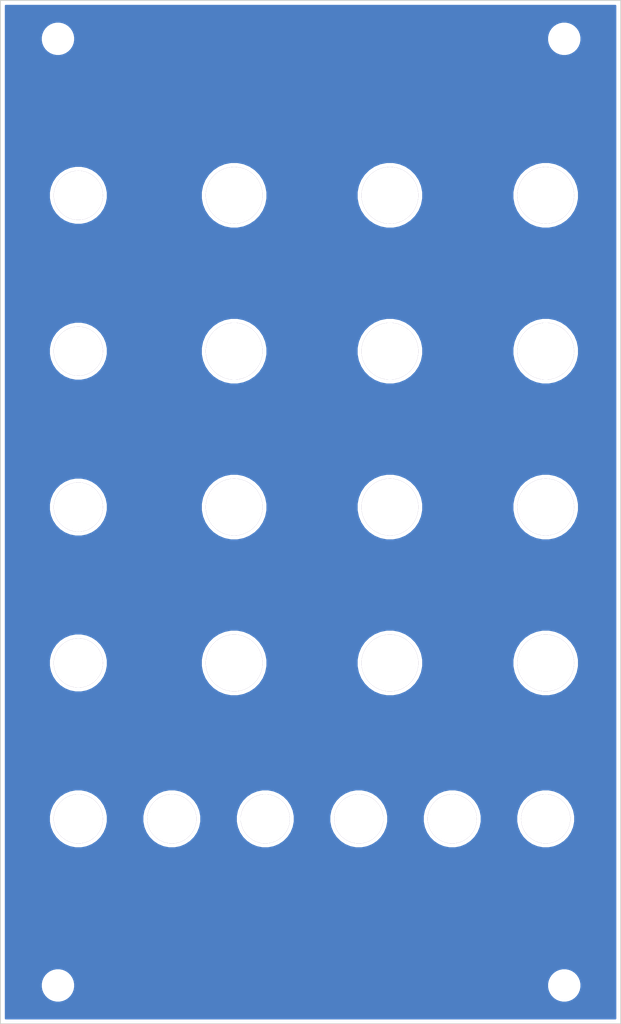
<source format=kicad_pcb>
(kicad_pcb (version 20171130) (host pcbnew 5.1.10)

  (general
    (thickness 1.6)
    (drawings 19)
    (tracks 0)
    (zones 0)
    (modules 26)
    (nets 1)
  )

  (page A4)
  (title_block
    (title resonanz)
    (date 2020-06-10)
    (rev 01)
    (comment 1 "panel PCB")
    (comment 2 "tripple resonant band pass filter")
    (comment 4 "License CC BY 4.0 - Attribution 4.0 International")
  )

  (layers
    (0 F.Cu signal)
    (31 B.Cu signal)
    (32 B.Adhes user)
    (33 F.Adhes user)
    (34 B.Paste user)
    (35 F.Paste user)
    (36 B.SilkS user)
    (37 F.SilkS user)
    (38 B.Mask user)
    (39 F.Mask user)
    (40 Dwgs.User user)
    (41 Cmts.User user)
    (42 Eco1.User user)
    (43 Eco2.User user)
    (44 Edge.Cuts user)
    (45 Margin user)
    (46 B.CrtYd user)
    (47 F.CrtYd user)
    (48 B.Fab user)
    (49 F.Fab user)
  )

  (setup
    (last_trace_width 0.25)
    (trace_clearance 0.2)
    (zone_clearance 0.508)
    (zone_45_only no)
    (trace_min 0.2)
    (via_size 0.8)
    (via_drill 0.4)
    (via_min_size 0.4)
    (via_min_drill 0.3)
    (uvia_size 0.3)
    (uvia_drill 0.1)
    (uvias_allowed no)
    (uvia_min_size 0.2)
    (uvia_min_drill 0.1)
    (edge_width 0.05)
    (segment_width 0.2)
    (pcb_text_width 0.3)
    (pcb_text_size 1.5 1.5)
    (mod_edge_width 0.12)
    (mod_text_size 1 1)
    (mod_text_width 0.15)
    (pad_size 6.4 6.4)
    (pad_drill 6.4)
    (pad_to_mask_clearance 0.051)
    (solder_mask_min_width 0.25)
    (aux_axis_origin 0 0)
    (visible_elements FFFFFF7F)
    (pcbplotparams
      (layerselection 0x010fc_ffffffff)
      (usegerberextensions false)
      (usegerberattributes false)
      (usegerberadvancedattributes false)
      (creategerberjobfile false)
      (excludeedgelayer false)
      (linewidth 0.150000)
      (plotframeref false)
      (viasonmask false)
      (mode 1)
      (useauxorigin false)
      (hpglpennumber 1)
      (hpglpenspeed 20)
      (hpglpendiameter 15.000000)
      (psnegative false)
      (psa4output false)
      (plotreference true)
      (plotvalue true)
      (plotinvisibletext false)
      (padsonsilk false)
      (subtractmaskfromsilk false)
      (outputformat 1)
      (mirror false)
      (drillshape 0)
      (scaleselection 1)
      (outputdirectory "./gerbers"))
  )

  (net 0 "")

  (net_class Default "This is the default net class."
    (clearance 0.2)
    (trace_width 0.25)
    (via_dia 0.8)
    (via_drill 0.4)
    (uvia_dia 0.3)
    (uvia_drill 0.1)
  )

  (module elektrophon:panel_potentiometer (layer F.Cu) (tedit 60A0E3DF) (tstamp 5EE61ADF)
    (at 96.52 111.76)
    (descr "Mounting Hole 8.4mm, no annular, M8")
    (tags "mounting hole 8.4mm no annular m8")
    (path /5EE61D0A)
    (attr virtual)
    (fp_text reference H26 (at 0 -9.4) (layer F.SilkS) hide
      (effects (font (size 1 1) (thickness 0.15)))
    )
    (fp_text value VOL_4 (at 0 9.144) (layer F.Mask) hide
      (effects (font (size 2 1.4) (thickness 0.25)))
    )
    (fp_text user %R (at 0.3 0) (layer F.Fab) hide
      (effects (font (size 1 1) (thickness 0.15)))
    )
    (fp_circle (center 0 0) (end 6.6 0) (layer F.CrtYd) (width 0.05))
    (fp_circle (center 0 0) (end 6.35 0) (layer Cmts.User) (width 0.15))
    (pad "" thru_hole circle (at 0 0) (size 7.4 7.4) (drill 7.4) (layers *.Cu *.Mask))
    (model ${KIPRJMOD}/../../../lib/kicad/models/ALPHA-RD901F-40.step
      (offset (xyz 0 0.5 -12))
      (scale (xyz 1 1 1))
      (rotate (xyz 0 0 0))
    )
  )

  (module elektrophon:panel_jack (layer F.Cu) (tedit 60A0E3B3) (tstamp 5EE61AD7)
    (at 84.328 132.08)
    (descr "Mounting Hole 8.4mm, no annular, M8")
    (tags "mounting hole 8.4mm no annular m8")
    (path /5EE65D69)
    (attr virtual)
    (fp_text reference H25 (at 0 -9.4) (layer F.SilkS) hide
      (effects (font (size 1 1) (thickness 0.15)))
    )
    (fp_text value OUT_4 (at 0 9.144) (layer F.Mask) hide
      (effects (font (size 2 1.4) (thickness 0.25)))
    )
    (fp_text user %R (at 0.3 0) (layer F.Fab) hide
      (effects (font (size 1 1) (thickness 0.15)))
    )
    (fp_circle (center 0 0) (end 4.2 0) (layer F.CrtYd) (width 0.05))
    (fp_circle (center 0 0) (end 4 0) (layer Cmts.User) (width 0.15))
    (pad "" thru_hole circle (at 0 0) (size 6.4 6.4) (drill 6.4) (layers *.Cu *.Mask))
    (model "${KIPRJMOD}/../../../lib/kicad/models/PJ301M-12 Thonkiconn v0.2.stp"
      (offset (xyz 0 0.8 -10.5))
      (scale (xyz 1 1 1))
      (rotate (xyz 0 0 0))
    )
  )

  (module elektrophon:panel_potentiometer (layer F.Cu) (tedit 60A0E3DF) (tstamp 5EE61ACF)
    (at 55.88 111.76)
    (descr "Mounting Hole 8.4mm, no annular, M8")
    (tags "mounting hole 8.4mm no annular m8")
    (path /5EE65D63)
    (attr virtual)
    (fp_text reference H24 (at 0 -9.4) (layer F.SilkS) hide
      (effects (font (size 1 1) (thickness 0.15)))
    )
    (fp_text value frequency_4 (at 0 9.144) (layer F.Mask) hide
      (effects (font (size 2 1.4) (thickness 0.25)))
    )
    (fp_text user %R (at 0.3 0) (layer F.Fab) hide
      (effects (font (size 1 1) (thickness 0.15)))
    )
    (fp_circle (center 0 0) (end 6.6 0) (layer F.CrtYd) (width 0.05))
    (fp_circle (center 0 0) (end 6.35 0) (layer Cmts.User) (width 0.15))
    (pad "" thru_hole circle (at 0 0) (size 7.4 7.4) (drill 7.4) (layers *.Cu *.Mask))
    (model ${KIPRJMOD}/../../../lib/kicad/models/ALPHA-RD901F-40.step
      (offset (xyz 0 0.5 -12))
      (scale (xyz 1 1 1))
      (rotate (xyz 0 0 0))
    )
  )

  (module elektrophon:panel_potentiometer (layer F.Cu) (tedit 60A0E3DF) (tstamp 5EE61A1F)
    (at 76.2 111.76)
    (descr "Mounting Hole 8.4mm, no annular, M8")
    (tags "mounting hole 8.4mm no annular m8")
    (path /5EE65D5D)
    (attr virtual)
    (fp_text reference H11 (at 0 -9.4) (layer F.SilkS) hide
      (effects (font (size 1 1) (thickness 0.15)))
    )
    (fp_text value resonance_4 (at 0 9.144) (layer F.Mask) hide
      (effects (font (size 2 1.4) (thickness 0.25)))
    )
    (fp_text user %R (at 0.3 0) (layer F.Fab) hide
      (effects (font (size 1 1) (thickness 0.15)))
    )
    (fp_circle (center 0 0) (end 6.6 0) (layer F.CrtYd) (width 0.05))
    (fp_circle (center 0 0) (end 6.35 0) (layer Cmts.User) (width 0.15))
    (pad "" thru_hole circle (at 0 0) (size 7.4 7.4) (drill 7.4) (layers *.Cu *.Mask))
    (model ${KIPRJMOD}/../../../lib/kicad/models/ALPHA-RD901F-40.step
      (offset (xyz 0 0.5 -12))
      (scale (xyz 1 1 1))
      (rotate (xyz 0 0 0))
    )
  )

  (module elektrophon:panel_jack (layer F.Cu) (tedit 60A0E3B3) (tstamp 5EE619A7)
    (at 35.56 111.76)
    (descr "Mounting Hole 8.4mm, no annular, M8")
    (tags "mounting hole 8.4mm no annular m8")
    (path /5EE65D57)
    (attr virtual)
    (fp_text reference H2 (at 0 -9.4) (layer F.SilkS) hide
      (effects (font (size 1 1) (thickness 0.15)))
    )
    (fp_text value IN_4 (at 0 9.144) (layer F.Mask) hide
      (effects (font (size 2 1.4) (thickness 0.25)))
    )
    (fp_text user %R (at 0.3 0) (layer F.Fab) hide
      (effects (font (size 1 1) (thickness 0.15)))
    )
    (fp_circle (center 0 0) (end 4.2 0) (layer F.CrtYd) (width 0.05))
    (fp_circle (center 0 0) (end 4 0) (layer Cmts.User) (width 0.15))
    (pad "" thru_hole circle (at 0 0) (size 6.4 6.4) (drill 6.4) (layers *.Cu *.Mask))
    (model "${KIPRJMOD}/../../../lib/kicad/models/PJ301M-12 Thonkiconn v0.2.stp"
      (offset (xyz 0 0.8 -10.5))
      (scale (xyz 1 1 1))
      (rotate (xyz 0 0 0))
    )
  )

  (module elektrophon:panel_potentiometer (layer F.Cu) (tedit 60A0E3DF) (tstamp 5D6B46B3)
    (at 55.88 50.8)
    (descr "Mounting Hole 8.4mm, no annular, M8")
    (tags "mounting hole 8.4mm no annular m8")
    (path /5D6B1F10)
    (attr virtual)
    (fp_text reference H4 (at 0 -9.4) (layer F.SilkS) hide
      (effects (font (size 1 1) (thickness 0.15)))
    )
    (fp_text value frequency_1 (at 0 9.144) (layer F.Mask) hide
      (effects (font (size 2 1.4) (thickness 0.25)))
    )
    (fp_text user %R (at 0.3 0) (layer F.Fab) hide
      (effects (font (size 1 1) (thickness 0.15)))
    )
    (fp_circle (center 0 0) (end 6.6 0) (layer F.CrtYd) (width 0.05))
    (fp_circle (center 0 0) (end 6.35 0) (layer Cmts.User) (width 0.15))
    (pad "" thru_hole circle (at 0 0) (size 7.4 7.4) (drill 7.4) (layers *.Cu *.Mask))
    (model ${KIPRJMOD}/../../../lib/kicad/models/ALPHA-RD901F-40.step
      (offset (xyz 0 0.5 -12))
      (scale (xyz 1 1 1))
      (rotate (xyz 0 0 0))
    )
  )

  (module elektrophon:panel_potentiometer (layer F.Cu) (tedit 60A0E3DF) (tstamp 5D6B46AE)
    (at 76.2 50.8)
    (descr "Mounting Hole 8.4mm, no annular, M8")
    (tags "mounting hole 8.4mm no annular m8")
    (path /5D6B18CE)
    (attr virtual)
    (fp_text reference H3 (at 0 -9.4) (layer F.SilkS) hide
      (effects (font (size 1 1) (thickness 0.15)))
    )
    (fp_text value resonance_1 (at 0 9.144) (layer F.Mask) hide
      (effects (font (size 2 1.4) (thickness 0.25)))
    )
    (fp_text user %R (at 0.3 0) (layer F.Fab) hide
      (effects (font (size 1 1) (thickness 0.15)))
    )
    (fp_circle (center 0 0) (end 6.6 0) (layer F.CrtYd) (width 0.05))
    (fp_circle (center 0 0) (end 6.35 0) (layer Cmts.User) (width 0.15))
    (pad "" thru_hole circle (at 0 0) (size 7.4 7.4) (drill 7.4) (layers *.Cu *.Mask))
    (model ${KIPRJMOD}/../../../lib/kicad/models/ALPHA-RD901F-40.step
      (offset (xyz 0 0.5 -12))
      (scale (xyz 1 1 1))
      (rotate (xyz 0 0 0))
    )
  )

  (module elektrophon:panel_jack (layer F.Cu) (tedit 60A0E3B3) (tstamp 5EE0E568)
    (at 96.52 132.08)
    (descr "Mounting Hole 8.4mm, no annular, M8")
    (tags "mounting hole 8.4mm no annular m8")
    (path /5EE0CD48)
    (attr virtual)
    (fp_text reference H23 (at 0 -9.4) (layer F.SilkS) hide
      (effects (font (size 1 1) (thickness 0.15)))
    )
    (fp_text value OUT (at 0 9.144) (layer F.Mask) hide
      (effects (font (size 2 1.4) (thickness 0.25)))
    )
    (fp_text user %R (at 0.3 0) (layer F.Fab) hide
      (effects (font (size 1 1) (thickness 0.15)))
    )
    (fp_circle (center 0 0) (end 4.2 0) (layer F.CrtYd) (width 0.05))
    (fp_circle (center 0 0) (end 4 0) (layer Cmts.User) (width 0.15))
    (pad "" thru_hole circle (at 0 0) (size 6.4 6.4) (drill 6.4) (layers *.Cu *.Mask))
    (model "${KIPRJMOD}/../../../lib/kicad/models/PJ301M-12 Thonkiconn v0.2.stp"
      (offset (xyz 0 0.8 -10.5))
      (scale (xyz 1 1 1))
      (rotate (xyz 0 0 0))
    )
  )

  (module elektrophon:panel_potentiometer (layer F.Cu) (tedit 60A0E3DF) (tstamp 5EE0E560)
    (at 96.52 91.44)
    (descr "Mounting Hole 8.4mm, no annular, M8")
    (tags "mounting hole 8.4mm no annular m8")
    (path /5EE0CD3C)
    (attr virtual)
    (fp_text reference H22 (at 0 -9.4) (layer F.SilkS) hide
      (effects (font (size 1 1) (thickness 0.15)))
    )
    (fp_text value VOL_3 (at 0 9.144) (layer F.Mask) hide
      (effects (font (size 2 1.4) (thickness 0.25)))
    )
    (fp_text user %R (at 0.3 0) (layer F.Fab) hide
      (effects (font (size 1 1) (thickness 0.15)))
    )
    (fp_circle (center 0 0) (end 6.6 0) (layer F.CrtYd) (width 0.05))
    (fp_circle (center 0 0) (end 6.35 0) (layer Cmts.User) (width 0.15))
    (pad "" thru_hole circle (at 0 0) (size 7.4 7.4) (drill 7.4) (layers *.Cu *.Mask))
    (model ${KIPRJMOD}/../../../lib/kicad/models/ALPHA-RD901F-40.step
      (offset (xyz 0 0.5 -12))
      (scale (xyz 1 1 1))
      (rotate (xyz 0 0 0))
    )
  )

  (module elektrophon:panel_potentiometer (layer F.Cu) (tedit 60A0E3DF) (tstamp 5EE0E558)
    (at 96.52 71.12)
    (descr "Mounting Hole 8.4mm, no annular, M8")
    (tags "mounting hole 8.4mm no annular m8")
    (path /5EE0CD36)
    (attr virtual)
    (fp_text reference H21 (at 0 -9.4) (layer F.SilkS) hide
      (effects (font (size 1 1) (thickness 0.15)))
    )
    (fp_text value VOL_2 (at 0 9.144) (layer F.Mask) hide
      (effects (font (size 2 1.4) (thickness 0.25)))
    )
    (fp_text user %R (at 0.3 0) (layer F.Fab) hide
      (effects (font (size 1 1) (thickness 0.15)))
    )
    (fp_circle (center 0 0) (end 6.6 0) (layer F.CrtYd) (width 0.05))
    (fp_circle (center 0 0) (end 6.35 0) (layer Cmts.User) (width 0.15))
    (pad "" thru_hole circle (at 0 0) (size 7.4 7.4) (drill 7.4) (layers *.Cu *.Mask))
    (model ${KIPRJMOD}/../../../lib/kicad/models/ALPHA-RD901F-40.step
      (offset (xyz 0 0.5 -12))
      (scale (xyz 1 1 1))
      (rotate (xyz 0 0 0))
    )
  )

  (module elektrophon:panel_potentiometer (layer F.Cu) (tedit 60A0E3DF) (tstamp 5EE0E550)
    (at 96.52 50.8)
    (descr "Mounting Hole 8.4mm, no annular, M8")
    (tags "mounting hole 8.4mm no annular m8")
    (path /5EE0CD30)
    (attr virtual)
    (fp_text reference H20 (at 0 -9.4) (layer F.SilkS) hide
      (effects (font (size 1 1) (thickness 0.15)))
    )
    (fp_text value VOL_1 (at 0 9.144) (layer F.Mask) hide
      (effects (font (size 2 1.4) (thickness 0.25)))
    )
    (fp_text user %R (at 0.3 0) (layer F.Fab) hide
      (effects (font (size 1 1) (thickness 0.15)))
    )
    (fp_circle (center 0 0) (end 6.6 0) (layer F.CrtYd) (width 0.05))
    (fp_circle (center 0 0) (end 6.35 0) (layer Cmts.User) (width 0.15))
    (pad "" thru_hole circle (at 0 0) (size 7.4 7.4) (drill 7.4) (layers *.Cu *.Mask))
    (model ${KIPRJMOD}/../../../lib/kicad/models/ALPHA-RD901F-40.step
      (offset (xyz 0 0.5 -12))
      (scale (xyz 1 1 1))
      (rotate (xyz 0 0 0))
    )
  )

  (module elektrophon:panel_jack (layer F.Cu) (tedit 60A0E3B3) (tstamp 5EE0E548)
    (at 72.136 132.08)
    (descr "Mounting Hole 8.4mm, no annular, M8")
    (tags "mounting hole 8.4mm no annular m8")
    (path /5EE0AA77)
    (attr virtual)
    (fp_text reference H19 (at 0 -9.4) (layer F.SilkS) hide
      (effects (font (size 1 1) (thickness 0.15)))
    )
    (fp_text value OUT_3 (at 0 9.144) (layer F.Mask) hide
      (effects (font (size 2 1.4) (thickness 0.25)))
    )
    (fp_text user %R (at 0.3 0) (layer F.Fab) hide
      (effects (font (size 1 1) (thickness 0.15)))
    )
    (fp_circle (center 0 0) (end 4.2 0) (layer F.CrtYd) (width 0.05))
    (fp_circle (center 0 0) (end 4 0) (layer Cmts.User) (width 0.15))
    (pad "" thru_hole circle (at 0 0) (size 6.4 6.4) (drill 6.4) (layers *.Cu *.Mask))
    (model "${KIPRJMOD}/../../../lib/kicad/models/PJ301M-12 Thonkiconn v0.2.stp"
      (offset (xyz 0 0.8 -10.5))
      (scale (xyz 1 1 1))
      (rotate (xyz 0 0 0))
    )
  )

  (module elektrophon:panel_potentiometer (layer F.Cu) (tedit 60A0E3DF) (tstamp 5EE0E540)
    (at 55.88 71.12)
    (descr "Mounting Hole 8.4mm, no annular, M8")
    (tags "mounting hole 8.4mm no annular m8")
    (path /5EE0AA71)
    (attr virtual)
    (fp_text reference H18 (at 0 -9.4) (layer F.SilkS) hide
      (effects (font (size 1 1) (thickness 0.15)))
    )
    (fp_text value frequency_3 (at 0 9.144) (layer F.Mask) hide
      (effects (font (size 2 1.4) (thickness 0.25)))
    )
    (fp_text user %R (at 0.3 0) (layer F.Fab) hide
      (effects (font (size 1 1) (thickness 0.15)))
    )
    (fp_circle (center 0 0) (end 6.6 0) (layer F.CrtYd) (width 0.05))
    (fp_circle (center 0 0) (end 6.35 0) (layer Cmts.User) (width 0.15))
    (pad "" thru_hole circle (at 0 0) (size 7.4 7.4) (drill 7.4) (layers *.Cu *.Mask))
    (model ${KIPRJMOD}/../../../lib/kicad/models/ALPHA-RD901F-40.step
      (offset (xyz 0 0.5 -12))
      (scale (xyz 1 1 1))
      (rotate (xyz 0 0 0))
    )
  )

  (module elektrophon:panel_potentiometer (layer F.Cu) (tedit 60A0E3DF) (tstamp 5EE0E538)
    (at 76.2 91.44)
    (descr "Mounting Hole 8.4mm, no annular, M8")
    (tags "mounting hole 8.4mm no annular m8")
    (path /5EE0AA6B)
    (attr virtual)
    (fp_text reference H17 (at 0 -9.4) (layer F.SilkS) hide
      (effects (font (size 1 1) (thickness 0.15)))
    )
    (fp_text value resonance_3 (at 0 9.144) (layer F.Mask) hide
      (effects (font (size 2 1.4) (thickness 0.25)))
    )
    (fp_text user %R (at 0.3 0) (layer F.Fab) hide
      (effects (font (size 1 1) (thickness 0.15)))
    )
    (fp_circle (center 0 0) (end 6.6 0) (layer F.CrtYd) (width 0.05))
    (fp_circle (center 0 0) (end 6.35 0) (layer Cmts.User) (width 0.15))
    (pad "" thru_hole circle (at 0 0) (size 7.4 7.4) (drill 7.4) (layers *.Cu *.Mask))
    (model ${KIPRJMOD}/../../../lib/kicad/models/ALPHA-RD901F-40.step
      (offset (xyz 0 0.5 -12))
      (scale (xyz 1 1 1))
      (rotate (xyz 0 0 0))
    )
  )

  (module elektrophon:panel_jack (layer F.Cu) (tedit 60A0E3B3) (tstamp 5EE0E530)
    (at 35.56 132.08)
    (descr "Mounting Hole 8.4mm, no annular, M8")
    (tags "mounting hole 8.4mm no annular m8")
    (path /5EE0AA65)
    (attr virtual)
    (fp_text reference H16 (at 0 -9.4) (layer F.SilkS) hide
      (effects (font (size 1 1) (thickness 0.15)))
    )
    (fp_text value IN (at 0 9.144) (layer F.Mask) hide
      (effects (font (size 2 1.4) (thickness 0.25)))
    )
    (fp_text user %R (at 0.3 0) (layer F.Fab) hide
      (effects (font (size 1 1) (thickness 0.15)))
    )
    (fp_circle (center 0 0) (end 4.2 0) (layer F.CrtYd) (width 0.05))
    (fp_circle (center 0 0) (end 4 0) (layer Cmts.User) (width 0.15))
    (pad "" thru_hole circle (at 0 0) (size 6.4 6.4) (drill 6.4) (layers *.Cu *.Mask))
    (model "${KIPRJMOD}/../../../lib/kicad/models/PJ301M-12 Thonkiconn v0.2.stp"
      (offset (xyz 0 0.8 -10.5))
      (scale (xyz 1 1 1))
      (rotate (xyz 0 0 0))
    )
  )

  (module elektrophon:panel_jack (layer F.Cu) (tedit 60A0E3B3) (tstamp 5EE0E528)
    (at 35.56 91.44)
    (descr "Mounting Hole 8.4mm, no annular, M8")
    (tags "mounting hole 8.4mm no annular m8")
    (path /5EE0AA5F)
    (attr virtual)
    (fp_text reference H15 (at 0 -9.4) (layer F.SilkS) hide
      (effects (font (size 1 1) (thickness 0.15)))
    )
    (fp_text value IN_3 (at 0 9.144) (layer F.Mask) hide
      (effects (font (size 2 1.4) (thickness 0.25)))
    )
    (fp_text user %R (at 0.3 0) (layer F.Fab) hide
      (effects (font (size 1 1) (thickness 0.15)))
    )
    (fp_circle (center 0 0) (end 4.2 0) (layer F.CrtYd) (width 0.05))
    (fp_circle (center 0 0) (end 4 0) (layer Cmts.User) (width 0.15))
    (pad "" thru_hole circle (at 0 0) (size 6.4 6.4) (drill 6.4) (layers *.Cu *.Mask))
    (model "${KIPRJMOD}/../../../lib/kicad/models/PJ301M-12 Thonkiconn v0.2.stp"
      (offset (xyz 0 0.8 -10.5))
      (scale (xyz 1 1 1))
      (rotate (xyz 0 0 0))
    )
  )

  (module elektrophon:panel_jack (layer F.Cu) (tedit 60A0E3B3) (tstamp 5EE0E520)
    (at 59.944 132.08)
    (descr "Mounting Hole 8.4mm, no annular, M8")
    (tags "mounting hole 8.4mm no annular m8")
    (path /5EE0A51B)
    (attr virtual)
    (fp_text reference H14 (at 0 -9.4) (layer F.SilkS) hide
      (effects (font (size 1 1) (thickness 0.15)))
    )
    (fp_text value OUT_2 (at 0 9.144) (layer F.Mask) hide
      (effects (font (size 2 1.4) (thickness 0.25)))
    )
    (fp_text user %R (at 0.3 0) (layer F.Fab) hide
      (effects (font (size 1 1) (thickness 0.15)))
    )
    (fp_circle (center 0 0) (end 4.2 0) (layer F.CrtYd) (width 0.05))
    (fp_circle (center 0 0) (end 4 0) (layer Cmts.User) (width 0.15))
    (pad "" thru_hole circle (at 0 0) (size 6.4 6.4) (drill 6.4) (layers *.Cu *.Mask))
    (model "${KIPRJMOD}/../../../lib/kicad/models/PJ301M-12 Thonkiconn v0.2.stp"
      (offset (xyz 0 0.8 -10.5))
      (scale (xyz 1 1 1))
      (rotate (xyz 0 0 0))
    )
  )

  (module elektrophon:panel_potentiometer (layer F.Cu) (tedit 60A0E3DF) (tstamp 5EE0E518)
    (at 55.88 91.44)
    (descr "Mounting Hole 8.4mm, no annular, M8")
    (tags "mounting hole 8.4mm no annular m8")
    (path /5EE0A515)
    (attr virtual)
    (fp_text reference H13 (at 0 -9.4) (layer F.SilkS) hide
      (effects (font (size 1 1) (thickness 0.15)))
    )
    (fp_text value frequency_2 (at 0 9.144) (layer F.Mask) hide
      (effects (font (size 2 1.4) (thickness 0.25)))
    )
    (fp_text user %R (at 0.3 0) (layer F.Fab) hide
      (effects (font (size 1 1) (thickness 0.15)))
    )
    (fp_circle (center 0 0) (end 6.6 0) (layer F.CrtYd) (width 0.05))
    (fp_circle (center 0 0) (end 6.35 0) (layer Cmts.User) (width 0.15))
    (pad "" thru_hole circle (at 0 0) (size 7.4 7.4) (drill 7.4) (layers *.Cu *.Mask))
    (model ${KIPRJMOD}/../../../lib/kicad/models/ALPHA-RD901F-40.step
      (offset (xyz 0 0.5 -12))
      (scale (xyz 1 1 1))
      (rotate (xyz 0 0 0))
    )
  )

  (module elektrophon:panel_potentiometer (layer F.Cu) (tedit 60A0E3DF) (tstamp 5EE0E510)
    (at 76.2 71.12)
    (descr "Mounting Hole 8.4mm, no annular, M8")
    (tags "mounting hole 8.4mm no annular m8")
    (path /5EE0A50F)
    (attr virtual)
    (fp_text reference H12 (at 0 -9.4) (layer F.SilkS) hide
      (effects (font (size 1 1) (thickness 0.15)))
    )
    (fp_text value resonance_2 (at 0 9.144) (layer F.Mask) hide
      (effects (font (size 2 1.4) (thickness 0.25)))
    )
    (fp_text user %R (at 0.3 0) (layer F.Fab) hide
      (effects (font (size 1 1) (thickness 0.15)))
    )
    (fp_circle (center 0 0) (end 6.6 0) (layer F.CrtYd) (width 0.05))
    (fp_circle (center 0 0) (end 6.35 0) (layer Cmts.User) (width 0.15))
    (pad "" thru_hole circle (at 0 0) (size 7.4 7.4) (drill 7.4) (layers *.Cu *.Mask))
    (model ${KIPRJMOD}/../../../lib/kicad/models/ALPHA-RD901F-40.step
      (offset (xyz 0 0.5 -12))
      (scale (xyz 1 1 1))
      (rotate (xyz 0 0 0))
    )
  )

  (module elektrophon:panel_jack (layer F.Cu) (tedit 60A0E3B3) (tstamp 5EE0E500)
    (at 35.56 71.12)
    (descr "Mounting Hole 8.4mm, no annular, M8")
    (tags "mounting hole 8.4mm no annular m8")
    (path /5EE0A503)
    (attr virtual)
    (fp_text reference H10 (at 0 -9.4) (layer F.SilkS) hide
      (effects (font (size 1 1) (thickness 0.15)))
    )
    (fp_text value IN_2 (at 0 9.144) (layer F.Mask) hide
      (effects (font (size 2 1.4) (thickness 0.25)))
    )
    (fp_text user %R (at 0.3 0) (layer F.Fab) hide
      (effects (font (size 1 1) (thickness 0.15)))
    )
    (fp_circle (center 0 0) (end 4.2 0) (layer F.CrtYd) (width 0.05))
    (fp_circle (center 0 0) (end 4 0) (layer Cmts.User) (width 0.15))
    (pad "" thru_hole circle (at 0 0) (size 6.4 6.4) (drill 6.4) (layers *.Cu *.Mask))
    (model "${KIPRJMOD}/../../../lib/kicad/models/PJ301M-12 Thonkiconn v0.2.stp"
      (offset (xyz 0 0.8 -10.5))
      (scale (xyz 1 1 1))
      (rotate (xyz 0 0 0))
    )
  )

  (module elektrophon:panel_jack (layer F.Cu) (tedit 60A0E3B3) (tstamp 5D6B46B8)
    (at 47.752 132.08)
    (descr "Mounting Hole 8.4mm, no annular, M8")
    (tags "mounting hole 8.4mm no annular m8")
    (path /5D6B4FB4)
    (attr virtual)
    (fp_text reference H5 (at 0 -9.4) (layer F.SilkS) hide
      (effects (font (size 1 1) (thickness 0.15)))
    )
    (fp_text value OUT_1 (at 0 9.144) (layer F.Mask) hide
      (effects (font (size 2 1.4) (thickness 0.25)))
    )
    (fp_text user %R (at 0.3 0) (layer F.Fab) hide
      (effects (font (size 1 1) (thickness 0.15)))
    )
    (fp_circle (center 0 0) (end 4.2 0) (layer F.CrtYd) (width 0.05))
    (fp_circle (center 0 0) (end 4 0) (layer Cmts.User) (width 0.15))
    (pad "" thru_hole circle (at 0 0) (size 6.4 6.4) (drill 6.4) (layers *.Cu *.Mask))
    (model "${KIPRJMOD}/../../../lib/kicad/models/PJ301M-12 Thonkiconn v0.2.stp"
      (offset (xyz 0 0.8 -10.5))
      (scale (xyz 1 1 1))
      (rotate (xyz 0 0 0))
    )
  )

  (module elektrophon:panel_jack (layer F.Cu) (tedit 60A0E3B3) (tstamp 5EE0EEC8)
    (at 35.56 50.8)
    (descr "Mounting Hole 8.4mm, no annular, M8")
    (tags "mounting hole 8.4mm no annular m8")
    (path /5D6AF58E)
    (attr virtual)
    (fp_text reference H1 (at 0 -9.4) (layer F.SilkS) hide
      (effects (font (size 1 1) (thickness 0.15)))
    )
    (fp_text value IN_1 (at 0 9.144) (layer F.Mask) hide
      (effects (font (size 2 1.4) (thickness 0.25)))
    )
    (fp_text user %R (at 0.3 0) (layer F.Fab) hide
      (effects (font (size 1 1) (thickness 0.15)))
    )
    (fp_circle (center 0 0) (end 4.2 0) (layer F.CrtYd) (width 0.05))
    (fp_circle (center 0 0) (end 4 0) (layer Cmts.User) (width 0.15))
    (pad "" thru_hole circle (at 0 0) (size 6.4 6.4) (drill 6.4) (layers *.Cu *.Mask))
    (model "${KIPRJMOD}/../../../lib/kicad/models/PJ301M-12 Thonkiconn v0.2.stp"
      (offset (xyz 0 0.8 -10.5))
      (scale (xyz 1 1 1))
      (rotate (xyz 0 0 0))
    )
  )

  (module MountingHole:MountingHole_3.2mm_M3 (layer F.Cu) (tedit 56D1B4CB) (tstamp 5D6C7189)
    (at 98.94 153.8)
    (descr "Mounting Hole 3.2mm, no annular, M3")
    (tags "mounting hole 3.2mm no annular m3")
    (path /5D6C254B)
    (attr virtual)
    (fp_text reference H9 (at 0 -4.2) (layer F.SilkS) hide
      (effects (font (size 1 1) (thickness 0.15)))
    )
    (fp_text value MountingHole (at 0 4.2) (layer F.Fab) hide
      (effects (font (size 1 1) (thickness 0.15)))
    )
    (fp_text user %R (at 0.3 0) (layer F.Fab)
      (effects (font (size 1 1) (thickness 0.15)))
    )
    (fp_circle (center 0 0) (end 3.2 0) (layer Cmts.User) (width 0.15))
    (fp_circle (center 0 0) (end 3.45 0) (layer F.CrtYd) (width 0.05))
    (pad 1 np_thru_hole circle (at 0 0) (size 3.2 3.2) (drill 3.2) (layers *.Cu *.Mask))
  )

  (module MountingHole:MountingHole_3.2mm_M3 (layer F.Cu) (tedit 56D1B4CB) (tstamp 5D6C7181)
    (at 98.94 30.4)
    (descr "Mounting Hole 3.2mm, no annular, M3")
    (tags "mounting hole 3.2mm no annular m3")
    (path /5D6C22FB)
    (attr virtual)
    (fp_text reference H8 (at 0 -4.2) (layer F.SilkS) hide
      (effects (font (size 1 1) (thickness 0.15)))
    )
    (fp_text value MountingHole (at 0 4.2) (layer F.Fab) hide
      (effects (font (size 1 1) (thickness 0.15)))
    )
    (fp_text user %R (at 0.3 0) (layer F.Fab)
      (effects (font (size 1 1) (thickness 0.15)))
    )
    (fp_circle (center 0 0) (end 3.2 0) (layer Cmts.User) (width 0.15))
    (fp_circle (center 0 0) (end 3.45 0) (layer F.CrtYd) (width 0.05))
    (pad 1 np_thru_hole circle (at 0 0) (size 3.2 3.2) (drill 3.2) (layers *.Cu *.Mask))
  )

  (module MountingHole:MountingHole_3.2mm_M3 (layer F.Cu) (tedit 56D1B4CB) (tstamp 5D6C7179)
    (at 32.9 153.8)
    (descr "Mounting Hole 3.2mm, no annular, M3")
    (tags "mounting hole 3.2mm no annular m3")
    (path /5D6C2167)
    (attr virtual)
    (fp_text reference H7 (at 0 -4.2) (layer F.SilkS) hide
      (effects (font (size 1 1) (thickness 0.15)))
    )
    (fp_text value MountingHole (at 0 4.2) (layer F.Fab) hide
      (effects (font (size 1 1) (thickness 0.15)))
    )
    (fp_text user %R (at 0.3 0) (layer F.Fab)
      (effects (font (size 1 1) (thickness 0.15)))
    )
    (fp_circle (center 0 0) (end 3.2 0) (layer Cmts.User) (width 0.15))
    (fp_circle (center 0 0) (end 3.45 0) (layer F.CrtYd) (width 0.05))
    (pad 1 np_thru_hole circle (at 0 0) (size 3.2 3.2) (drill 3.2) (layers *.Cu *.Mask))
  )

  (module MountingHole:MountingHole_3.2mm_M3 (layer F.Cu) (tedit 56D1B4CB) (tstamp 5D6C7171)
    (at 32.9 30.4)
    (descr "Mounting Hole 3.2mm, no annular, M3")
    (tags "mounting hole 3.2mm no annular m3")
    (path /5D6C1F77)
    (attr virtual)
    (fp_text reference H6 (at 0 -4.2) (layer F.SilkS) hide
      (effects (font (size 1 1) (thickness 0.15)))
    )
    (fp_text value MountingHole (at 0 4.2) (layer F.Fab) hide
      (effects (font (size 1 1) (thickness 0.15)))
    )
    (fp_text user %R (at 0.3 0) (layer F.Fab)
      (effects (font (size 1 1) (thickness 0.15)))
    )
    (fp_circle (center 0 0) (end 3.2 0) (layer Cmts.User) (width 0.15))
    (fp_circle (center 0 0) (end 3.45 0) (layer F.CrtYd) (width 0.05))
    (pad 1 np_thru_hole circle (at 0 0) (size 3.2 3.2) (drill 3.2) (layers *.Cu *.Mask))
  )

  (gr_text out (at 96.52 140.97) (layer F.Mask) (tstamp 5EE61E29)
    (effects (font (size 2 1.4) (thickness 0.25)))
  )
  (gr_text "#4" (at 84.008 140.97) (layer F.Mask) (tstamp 5EE61E29)
    (effects (font (size 2 1.4) (thickness 0.25)))
  )
  (gr_text "#3" (at 71.796 140.97) (layer F.Mask) (tstamp 5EE61E29)
    (effects (font (size 2 1.4) (thickness 0.25)))
  )
  (gr_text "#2" (at 59.584 140.97) (layer F.Mask) (tstamp 5EE61E29)
    (effects (font (size 2 1.4) (thickness 0.25)))
  )
  (gr_text "#1" (at 47.372 140.97) (layer F.Mask) (tstamp 5EE61E29)
    (effects (font (size 2 1.4) (thickness 0.25)))
  )
  (gr_text in (at 35.56 140.97) (layer F.Mask) (tstamp 5EE61E29)
    (effects (font (size 2 1.4) (thickness 0.25)))
  )
  (gr_text frequency (at 55.88 123.19) (layer F.Mask) (tstamp 5EE61B73)
    (effects (font (size 2 1.4) (thickness 0.25)))
  )
  (gr_text volume (at 96.52 123.19) (layer F.Mask) (tstamp 5EE61B72)
    (effects (font (size 2 1.4) (thickness 0.25)))
  )
  (gr_text resonance (at 76.2 123.19) (layer F.Mask) (tstamp 5EE61B71)
    (effects (font (size 2 1.4) (thickness 0.25)))
  )
  (gr_text "#4" (at 35.56 120.65) (layer F.Mask) (tstamp 5EE61B70)
    (effects (font (size 2 1.4) (thickness 0.25)))
  )
  (gr_text "#3" (at 35.56 100.33) (layer F.Mask) (tstamp 5EE61B70)
    (effects (font (size 2 1.4) (thickness 0.25)))
  )
  (gr_text "#2" (at 35.56 80.01) (layer F.Mask) (tstamp 5EE61B70)
    (effects (font (size 2 1.4) (thickness 0.25)))
  )
  (gr_text "#1" (at 35.56 59.69) (layer F.Mask)
    (effects (font (size 2 1.4) (thickness 0.25)))
  )
  (gr_text R01 (at 89.97 155.26) (layer F.Cu)
    (effects (font (size 2 1.4) (thickness 0.25)))
  )
  (gr_text resonanz (at 66.04 30.48) (layer F.Mask)
    (effects (font (size 3 3) (thickness 0.35)))
  )
  (gr_line (start 106.3 158.8) (end 25.4 158.8) (layer Edge.Cuts) (width 0.12))
  (gr_line (start 106.3 25.4) (end 106.3 158.8) (layer Edge.Cuts) (width 0.12))
  (gr_line (start 25.4 25.4) (end 25.4 158.8) (layer Edge.Cuts) (width 0.12))
  (gr_line (start 25.4 25.4) (end 106.3 25.4) (layer Edge.Cuts) (width 0.12))

  (zone (net 0) (net_name "") (layer B.Cu) (tstamp 5D6DC77A) (hatch edge 0.508)
    (connect_pads (clearance 0.508))
    (min_thickness 0.254)
    (fill yes (arc_segments 32) (thermal_gap 0.508) (thermal_bridge_width 0.508))
    (polygon
      (pts
        (xy 25.43 25.4) (xy 106.33 25.39) (xy 106.27 158.8) (xy 25.4 158.75)
      )
    )
    (filled_polygon
      (pts
        (xy 105.605001 158.105) (xy 26.095 158.105) (xy 26.095 153.579872) (xy 30.665 153.579872) (xy 30.665 154.020128)
        (xy 30.75089 154.451925) (xy 30.919369 154.858669) (xy 31.163962 155.224729) (xy 31.475271 155.536038) (xy 31.841331 155.780631)
        (xy 32.248075 155.94911) (xy 32.679872 156.035) (xy 33.120128 156.035) (xy 33.551925 155.94911) (xy 33.958669 155.780631)
        (xy 34.324729 155.536038) (xy 34.636038 155.224729) (xy 34.880631 154.858669) (xy 35.04911 154.451925) (xy 35.135 154.020128)
        (xy 35.135 153.579872) (xy 96.705 153.579872) (xy 96.705 154.020128) (xy 96.79089 154.451925) (xy 96.959369 154.858669)
        (xy 97.203962 155.224729) (xy 97.515271 155.536038) (xy 97.881331 155.780631) (xy 98.288075 155.94911) (xy 98.719872 156.035)
        (xy 99.160128 156.035) (xy 99.591925 155.94911) (xy 99.998669 155.780631) (xy 100.364729 155.536038) (xy 100.676038 155.224729)
        (xy 100.920631 154.858669) (xy 101.08911 154.451925) (xy 101.175 154.020128) (xy 101.175 153.579872) (xy 101.08911 153.148075)
        (xy 100.920631 152.741331) (xy 100.676038 152.375271) (xy 100.364729 152.063962) (xy 99.998669 151.819369) (xy 99.591925 151.65089)
        (xy 99.160128 151.565) (xy 98.719872 151.565) (xy 98.288075 151.65089) (xy 97.881331 151.819369) (xy 97.515271 152.063962)
        (xy 97.203962 152.375271) (xy 96.959369 152.741331) (xy 96.79089 153.148075) (xy 96.705 153.579872) (xy 35.135 153.579872)
        (xy 35.04911 153.148075) (xy 34.880631 152.741331) (xy 34.636038 152.375271) (xy 34.324729 152.063962) (xy 33.958669 151.819369)
        (xy 33.551925 151.65089) (xy 33.120128 151.565) (xy 32.679872 151.565) (xy 32.248075 151.65089) (xy 31.841331 151.819369)
        (xy 31.475271 152.063962) (xy 31.163962 152.375271) (xy 30.919369 152.741331) (xy 30.75089 153.148075) (xy 30.665 153.579872)
        (xy 26.095 153.579872) (xy 26.095 131.702285) (xy 31.725 131.702285) (xy 31.725 132.457715) (xy 31.872377 133.198628)
        (xy 32.161467 133.896554) (xy 32.581161 134.52467) (xy 33.11533 135.058839) (xy 33.743446 135.478533) (xy 34.441372 135.767623)
        (xy 35.182285 135.915) (xy 35.937715 135.915) (xy 36.678628 135.767623) (xy 37.376554 135.478533) (xy 38.00467 135.058839)
        (xy 38.538839 134.52467) (xy 38.958533 133.896554) (xy 39.247623 133.198628) (xy 39.395 132.457715) (xy 39.395 131.702285)
        (xy 43.917 131.702285) (xy 43.917 132.457715) (xy 44.064377 133.198628) (xy 44.353467 133.896554) (xy 44.773161 134.52467)
        (xy 45.30733 135.058839) (xy 45.935446 135.478533) (xy 46.633372 135.767623) (xy 47.374285 135.915) (xy 48.129715 135.915)
        (xy 48.870628 135.767623) (xy 49.568554 135.478533) (xy 50.19667 135.058839) (xy 50.730839 134.52467) (xy 51.150533 133.896554)
        (xy 51.439623 133.198628) (xy 51.587 132.457715) (xy 51.587 131.702285) (xy 56.109 131.702285) (xy 56.109 132.457715)
        (xy 56.256377 133.198628) (xy 56.545467 133.896554) (xy 56.965161 134.52467) (xy 57.49933 135.058839) (xy 58.127446 135.478533)
        (xy 58.825372 135.767623) (xy 59.566285 135.915) (xy 60.321715 135.915) (xy 61.062628 135.767623) (xy 61.760554 135.478533)
        (xy 62.38867 135.058839) (xy 62.922839 134.52467) (xy 63.342533 133.896554) (xy 63.631623 133.198628) (xy 63.779 132.457715)
        (xy 63.779 131.702285) (xy 68.301 131.702285) (xy 68.301 132.457715) (xy 68.448377 133.198628) (xy 68.737467 133.896554)
        (xy 69.157161 134.52467) (xy 69.69133 135.058839) (xy 70.319446 135.478533) (xy 71.017372 135.767623) (xy 71.758285 135.915)
        (xy 72.513715 135.915) (xy 73.254628 135.767623) (xy 73.952554 135.478533) (xy 74.58067 135.058839) (xy 75.114839 134.52467)
        (xy 75.534533 133.896554) (xy 75.823623 133.198628) (xy 75.971 132.457715) (xy 75.971 131.702285) (xy 80.493 131.702285)
        (xy 80.493 132.457715) (xy 80.640377 133.198628) (xy 80.929467 133.896554) (xy 81.349161 134.52467) (xy 81.88333 135.058839)
        (xy 82.511446 135.478533) (xy 83.209372 135.767623) (xy 83.950285 135.915) (xy 84.705715 135.915) (xy 85.446628 135.767623)
        (xy 86.144554 135.478533) (xy 86.77267 135.058839) (xy 87.306839 134.52467) (xy 87.726533 133.896554) (xy 88.015623 133.198628)
        (xy 88.163 132.457715) (xy 88.163 131.702285) (xy 92.685 131.702285) (xy 92.685 132.457715) (xy 92.832377 133.198628)
        (xy 93.121467 133.896554) (xy 93.541161 134.52467) (xy 94.07533 135.058839) (xy 94.703446 135.478533) (xy 95.401372 135.767623)
        (xy 96.142285 135.915) (xy 96.897715 135.915) (xy 97.638628 135.767623) (xy 98.336554 135.478533) (xy 98.96467 135.058839)
        (xy 99.498839 134.52467) (xy 99.918533 133.896554) (xy 100.207623 133.198628) (xy 100.355 132.457715) (xy 100.355 131.702285)
        (xy 100.207623 130.961372) (xy 99.918533 130.263446) (xy 99.498839 129.63533) (xy 98.96467 129.101161) (xy 98.336554 128.681467)
        (xy 97.638628 128.392377) (xy 96.897715 128.245) (xy 96.142285 128.245) (xy 95.401372 128.392377) (xy 94.703446 128.681467)
        (xy 94.07533 129.101161) (xy 93.541161 129.63533) (xy 93.121467 130.263446) (xy 92.832377 130.961372) (xy 92.685 131.702285)
        (xy 88.163 131.702285) (xy 88.015623 130.961372) (xy 87.726533 130.263446) (xy 87.306839 129.63533) (xy 86.77267 129.101161)
        (xy 86.144554 128.681467) (xy 85.446628 128.392377) (xy 84.705715 128.245) (xy 83.950285 128.245) (xy 83.209372 128.392377)
        (xy 82.511446 128.681467) (xy 81.88333 129.101161) (xy 81.349161 129.63533) (xy 80.929467 130.263446) (xy 80.640377 130.961372)
        (xy 80.493 131.702285) (xy 75.971 131.702285) (xy 75.823623 130.961372) (xy 75.534533 130.263446) (xy 75.114839 129.63533)
        (xy 74.58067 129.101161) (xy 73.952554 128.681467) (xy 73.254628 128.392377) (xy 72.513715 128.245) (xy 71.758285 128.245)
        (xy 71.017372 128.392377) (xy 70.319446 128.681467) (xy 69.69133 129.101161) (xy 69.157161 129.63533) (xy 68.737467 130.263446)
        (xy 68.448377 130.961372) (xy 68.301 131.702285) (xy 63.779 131.702285) (xy 63.631623 130.961372) (xy 63.342533 130.263446)
        (xy 62.922839 129.63533) (xy 62.38867 129.101161) (xy 61.760554 128.681467) (xy 61.062628 128.392377) (xy 60.321715 128.245)
        (xy 59.566285 128.245) (xy 58.825372 128.392377) (xy 58.127446 128.681467) (xy 57.49933 129.101161) (xy 56.965161 129.63533)
        (xy 56.545467 130.263446) (xy 56.256377 130.961372) (xy 56.109 131.702285) (xy 51.587 131.702285) (xy 51.439623 130.961372)
        (xy 51.150533 130.263446) (xy 50.730839 129.63533) (xy 50.19667 129.101161) (xy 49.568554 128.681467) (xy 48.870628 128.392377)
        (xy 48.129715 128.245) (xy 47.374285 128.245) (xy 46.633372 128.392377) (xy 45.935446 128.681467) (xy 45.30733 129.101161)
        (xy 44.773161 129.63533) (xy 44.353467 130.263446) (xy 44.064377 130.961372) (xy 43.917 131.702285) (xy 39.395 131.702285)
        (xy 39.247623 130.961372) (xy 38.958533 130.263446) (xy 38.538839 129.63533) (xy 38.00467 129.101161) (xy 37.376554 128.681467)
        (xy 36.678628 128.392377) (xy 35.937715 128.245) (xy 35.182285 128.245) (xy 34.441372 128.392377) (xy 33.743446 128.681467)
        (xy 33.11533 129.101161) (xy 32.581161 129.63533) (xy 32.161467 130.263446) (xy 31.872377 130.961372) (xy 31.725 131.702285)
        (xy 26.095 131.702285) (xy 26.095 111.382285) (xy 31.725 111.382285) (xy 31.725 112.137715) (xy 31.872377 112.878628)
        (xy 32.161467 113.576554) (xy 32.581161 114.20467) (xy 33.11533 114.738839) (xy 33.743446 115.158533) (xy 34.441372 115.447623)
        (xy 35.182285 115.595) (xy 35.937715 115.595) (xy 36.678628 115.447623) (xy 37.376554 115.158533) (xy 38.00467 114.738839)
        (xy 38.538839 114.20467) (xy 38.958533 113.576554) (xy 39.247623 112.878628) (xy 39.395 112.137715) (xy 39.395 111.382285)
        (xy 39.385205 111.33304) (xy 51.545 111.33304) (xy 51.545 112.18696) (xy 51.711592 113.024473) (xy 52.038373 113.813392)
        (xy 52.512786 114.523401) (xy 53.116599 115.127214) (xy 53.826608 115.601627) (xy 54.615527 115.928408) (xy 55.45304 116.095)
        (xy 56.30696 116.095) (xy 57.144473 115.928408) (xy 57.933392 115.601627) (xy 58.643401 115.127214) (xy 59.247214 114.523401)
        (xy 59.721627 113.813392) (xy 60.048408 113.024473) (xy 60.215 112.18696) (xy 60.215 111.33304) (xy 71.865 111.33304)
        (xy 71.865 112.18696) (xy 72.031592 113.024473) (xy 72.358373 113.813392) (xy 72.832786 114.523401) (xy 73.436599 115.127214)
        (xy 74.146608 115.601627) (xy 74.935527 115.928408) (xy 75.77304 116.095) (xy 76.62696 116.095) (xy 77.464473 115.928408)
        (xy 78.253392 115.601627) (xy 78.963401 115.127214) (xy 79.567214 114.523401) (xy 80.041627 113.813392) (xy 80.368408 113.024473)
        (xy 80.535 112.18696) (xy 80.535 111.33304) (xy 92.185 111.33304) (xy 92.185 112.18696) (xy 92.351592 113.024473)
        (xy 92.678373 113.813392) (xy 93.152786 114.523401) (xy 93.756599 115.127214) (xy 94.466608 115.601627) (xy 95.255527 115.928408)
        (xy 96.09304 116.095) (xy 96.94696 116.095) (xy 97.784473 115.928408) (xy 98.573392 115.601627) (xy 99.283401 115.127214)
        (xy 99.887214 114.523401) (xy 100.361627 113.813392) (xy 100.688408 113.024473) (xy 100.855 112.18696) (xy 100.855 111.33304)
        (xy 100.688408 110.495527) (xy 100.361627 109.706608) (xy 99.887214 108.996599) (xy 99.283401 108.392786) (xy 98.573392 107.918373)
        (xy 97.784473 107.591592) (xy 96.94696 107.425) (xy 96.09304 107.425) (xy 95.255527 107.591592) (xy 94.466608 107.918373)
        (xy 93.756599 108.392786) (xy 93.152786 108.996599) (xy 92.678373 109.706608) (xy 92.351592 110.495527) (xy 92.185 111.33304)
        (xy 80.535 111.33304) (xy 80.368408 110.495527) (xy 80.041627 109.706608) (xy 79.567214 108.996599) (xy 78.963401 108.392786)
        (xy 78.253392 107.918373) (xy 77.464473 107.591592) (xy 76.62696 107.425) (xy 75.77304 107.425) (xy 74.935527 107.591592)
        (xy 74.146608 107.918373) (xy 73.436599 108.392786) (xy 72.832786 108.996599) (xy 72.358373 109.706608) (xy 72.031592 110.495527)
        (xy 71.865 111.33304) (xy 60.215 111.33304) (xy 60.048408 110.495527) (xy 59.721627 109.706608) (xy 59.247214 108.996599)
        (xy 58.643401 108.392786) (xy 57.933392 107.918373) (xy 57.144473 107.591592) (xy 56.30696 107.425) (xy 55.45304 107.425)
        (xy 54.615527 107.591592) (xy 53.826608 107.918373) (xy 53.116599 108.392786) (xy 52.512786 108.996599) (xy 52.038373 109.706608)
        (xy 51.711592 110.495527) (xy 51.545 111.33304) (xy 39.385205 111.33304) (xy 39.247623 110.641372) (xy 38.958533 109.943446)
        (xy 38.538839 109.31533) (xy 38.00467 108.781161) (xy 37.376554 108.361467) (xy 36.678628 108.072377) (xy 35.937715 107.925)
        (xy 35.182285 107.925) (xy 34.441372 108.072377) (xy 33.743446 108.361467) (xy 33.11533 108.781161) (xy 32.581161 109.31533)
        (xy 32.161467 109.943446) (xy 31.872377 110.641372) (xy 31.725 111.382285) (xy 26.095 111.382285) (xy 26.095 91.062285)
        (xy 31.725 91.062285) (xy 31.725 91.817715) (xy 31.872377 92.558628) (xy 32.161467 93.256554) (xy 32.581161 93.88467)
        (xy 33.11533 94.418839) (xy 33.743446 94.838533) (xy 34.441372 95.127623) (xy 35.182285 95.275) (xy 35.937715 95.275)
        (xy 36.678628 95.127623) (xy 37.376554 94.838533) (xy 38.00467 94.418839) (xy 38.538839 93.88467) (xy 38.958533 93.256554)
        (xy 39.247623 92.558628) (xy 39.395 91.817715) (xy 39.395 91.062285) (xy 39.385205 91.01304) (xy 51.545 91.01304)
        (xy 51.545 91.86696) (xy 51.711592 92.704473) (xy 52.038373 93.493392) (xy 52.512786 94.203401) (xy 53.116599 94.807214)
        (xy 53.826608 95.281627) (xy 54.615527 95.608408) (xy 55.45304 95.775) (xy 56.30696 95.775) (xy 57.144473 95.608408)
        (xy 57.933392 95.281627) (xy 58.643401 94.807214) (xy 59.247214 94.203401) (xy 59.721627 93.493392) (xy 60.048408 92.704473)
        (xy 60.215 91.86696) (xy 60.215 91.01304) (xy 71.865 91.01304) (xy 71.865 91.86696) (xy 72.031592 92.704473)
        (xy 72.358373 93.493392) (xy 72.832786 94.203401) (xy 73.436599 94.807214) (xy 74.146608 95.281627) (xy 74.935527 95.608408)
        (xy 75.77304 95.775) (xy 76.62696 95.775) (xy 77.464473 95.608408) (xy 78.253392 95.281627) (xy 78.963401 94.807214)
        (xy 79.567214 94.203401) (xy 80.041627 93.493392) (xy 80.368408 92.704473) (xy 80.535 91.86696) (xy 80.535 91.01304)
        (xy 92.185 91.01304) (xy 92.185 91.86696) (xy 92.351592 92.704473) (xy 92.678373 93.493392) (xy 93.152786 94.203401)
        (xy 93.756599 94.807214) (xy 94.466608 95.281627) (xy 95.255527 95.608408) (xy 96.09304 95.775) (xy 96.94696 95.775)
        (xy 97.784473 95.608408) (xy 98.573392 95.281627) (xy 99.283401 94.807214) (xy 99.887214 94.203401) (xy 100.361627 93.493392)
        (xy 100.688408 92.704473) (xy 100.855 91.86696) (xy 100.855 91.01304) (xy 100.688408 90.175527) (xy 100.361627 89.386608)
        (xy 99.887214 88.676599) (xy 99.283401 88.072786) (xy 98.573392 87.598373) (xy 97.784473 87.271592) (xy 96.94696 87.105)
        (xy 96.09304 87.105) (xy 95.255527 87.271592) (xy 94.466608 87.598373) (xy 93.756599 88.072786) (xy 93.152786 88.676599)
        (xy 92.678373 89.386608) (xy 92.351592 90.175527) (xy 92.185 91.01304) (xy 80.535 91.01304) (xy 80.368408 90.175527)
        (xy 80.041627 89.386608) (xy 79.567214 88.676599) (xy 78.963401 88.072786) (xy 78.253392 87.598373) (xy 77.464473 87.271592)
        (xy 76.62696 87.105) (xy 75.77304 87.105) (xy 74.935527 87.271592) (xy 74.146608 87.598373) (xy 73.436599 88.072786)
        (xy 72.832786 88.676599) (xy 72.358373 89.386608) (xy 72.031592 90.175527) (xy 71.865 91.01304) (xy 60.215 91.01304)
        (xy 60.048408 90.175527) (xy 59.721627 89.386608) (xy 59.247214 88.676599) (xy 58.643401 88.072786) (xy 57.933392 87.598373)
        (xy 57.144473 87.271592) (xy 56.30696 87.105) (xy 55.45304 87.105) (xy 54.615527 87.271592) (xy 53.826608 87.598373)
        (xy 53.116599 88.072786) (xy 52.512786 88.676599) (xy 52.038373 89.386608) (xy 51.711592 90.175527) (xy 51.545 91.01304)
        (xy 39.385205 91.01304) (xy 39.247623 90.321372) (xy 38.958533 89.623446) (xy 38.538839 88.99533) (xy 38.00467 88.461161)
        (xy 37.376554 88.041467) (xy 36.678628 87.752377) (xy 35.937715 87.605) (xy 35.182285 87.605) (xy 34.441372 87.752377)
        (xy 33.743446 88.041467) (xy 33.11533 88.461161) (xy 32.581161 88.99533) (xy 32.161467 89.623446) (xy 31.872377 90.321372)
        (xy 31.725 91.062285) (xy 26.095 91.062285) (xy 26.095 70.742285) (xy 31.725 70.742285) (xy 31.725 71.497715)
        (xy 31.872377 72.238628) (xy 32.161467 72.936554) (xy 32.581161 73.56467) (xy 33.11533 74.098839) (xy 33.743446 74.518533)
        (xy 34.441372 74.807623) (xy 35.182285 74.955) (xy 35.937715 74.955) (xy 36.678628 74.807623) (xy 37.376554 74.518533)
        (xy 38.00467 74.098839) (xy 38.538839 73.56467) (xy 38.958533 72.936554) (xy 39.247623 72.238628) (xy 39.395 71.497715)
        (xy 39.395 70.742285) (xy 39.385205 70.69304) (xy 51.545 70.69304) (xy 51.545 71.54696) (xy 51.711592 72.384473)
        (xy 52.038373 73.173392) (xy 52.512786 73.883401) (xy 53.116599 74.487214) (xy 53.826608 74.961627) (xy 54.615527 75.288408)
        (xy 55.45304 75.455) (xy 56.30696 75.455) (xy 57.144473 75.288408) (xy 57.933392 74.961627) (xy 58.643401 74.487214)
        (xy 59.247214 73.883401) (xy 59.721627 73.173392) (xy 60.048408 72.384473) (xy 60.215 71.54696) (xy 60.215 70.69304)
        (xy 71.865 70.69304) (xy 71.865 71.54696) (xy 72.031592 72.384473) (xy 72.358373 73.173392) (xy 72.832786 73.883401)
        (xy 73.436599 74.487214) (xy 74.146608 74.961627) (xy 74.935527 75.288408) (xy 75.77304 75.455) (xy 76.62696 75.455)
        (xy 77.464473 75.288408) (xy 78.253392 74.961627) (xy 78.963401 74.487214) (xy 79.567214 73.883401) (xy 80.041627 73.173392)
        (xy 80.368408 72.384473) (xy 80.535 71.54696) (xy 80.535 70.69304) (xy 92.185 70.69304) (xy 92.185 71.54696)
        (xy 92.351592 72.384473) (xy 92.678373 73.173392) (xy 93.152786 73.883401) (xy 93.756599 74.487214) (xy 94.466608 74.961627)
        (xy 95.255527 75.288408) (xy 96.09304 75.455) (xy 96.94696 75.455) (xy 97.784473 75.288408) (xy 98.573392 74.961627)
        (xy 99.283401 74.487214) (xy 99.887214 73.883401) (xy 100.361627 73.173392) (xy 100.688408 72.384473) (xy 100.855 71.54696)
        (xy 100.855 70.69304) (xy 100.688408 69.855527) (xy 100.361627 69.066608) (xy 99.887214 68.356599) (xy 99.283401 67.752786)
        (xy 98.573392 67.278373) (xy 97.784473 66.951592) (xy 96.94696 66.785) (xy 96.09304 66.785) (xy 95.255527 66.951592)
        (xy 94.466608 67.278373) (xy 93.756599 67.752786) (xy 93.152786 68.356599) (xy 92.678373 69.066608) (xy 92.351592 69.855527)
        (xy 92.185 70.69304) (xy 80.535 70.69304) (xy 80.368408 69.855527) (xy 80.041627 69.066608) (xy 79.567214 68.356599)
        (xy 78.963401 67.752786) (xy 78.253392 67.278373) (xy 77.464473 66.951592) (xy 76.62696 66.785) (xy 75.77304 66.785)
        (xy 74.935527 66.951592) (xy 74.146608 67.278373) (xy 73.436599 67.752786) (xy 72.832786 68.356599) (xy 72.358373 69.066608)
        (xy 72.031592 69.855527) (xy 71.865 70.69304) (xy 60.215 70.69304) (xy 60.048408 69.855527) (xy 59.721627 69.066608)
        (xy 59.247214 68.356599) (xy 58.643401 67.752786) (xy 57.933392 67.278373) (xy 57.144473 66.951592) (xy 56.30696 66.785)
        (xy 55.45304 66.785) (xy 54.615527 66.951592) (xy 53.826608 67.278373) (xy 53.116599 67.752786) (xy 52.512786 68.356599)
        (xy 52.038373 69.066608) (xy 51.711592 69.855527) (xy 51.545 70.69304) (xy 39.385205 70.69304) (xy 39.247623 70.001372)
        (xy 38.958533 69.303446) (xy 38.538839 68.67533) (xy 38.00467 68.141161) (xy 37.376554 67.721467) (xy 36.678628 67.432377)
        (xy 35.937715 67.285) (xy 35.182285 67.285) (xy 34.441372 67.432377) (xy 33.743446 67.721467) (xy 33.11533 68.141161)
        (xy 32.581161 68.67533) (xy 32.161467 69.303446) (xy 31.872377 70.001372) (xy 31.725 70.742285) (xy 26.095 70.742285)
        (xy 26.095 50.422285) (xy 31.725 50.422285) (xy 31.725 51.177715) (xy 31.872377 51.918628) (xy 32.161467 52.616554)
        (xy 32.581161 53.24467) (xy 33.11533 53.778839) (xy 33.743446 54.198533) (xy 34.441372 54.487623) (xy 35.182285 54.635)
        (xy 35.937715 54.635) (xy 36.678628 54.487623) (xy 37.376554 54.198533) (xy 38.00467 53.778839) (xy 38.538839 53.24467)
        (xy 38.958533 52.616554) (xy 39.247623 51.918628) (xy 39.395 51.177715) (xy 39.395 50.422285) (xy 39.385205 50.37304)
        (xy 51.545 50.37304) (xy 51.545 51.22696) (xy 51.711592 52.064473) (xy 52.038373 52.853392) (xy 52.512786 53.563401)
        (xy 53.116599 54.167214) (xy 53.826608 54.641627) (xy 54.615527 54.968408) (xy 55.45304 55.135) (xy 56.30696 55.135)
        (xy 57.144473 54.968408) (xy 57.933392 54.641627) (xy 58.643401 54.167214) (xy 59.247214 53.563401) (xy 59.721627 52.853392)
        (xy 60.048408 52.064473) (xy 60.215 51.22696) (xy 60.215 50.37304) (xy 71.865 50.37304) (xy 71.865 51.22696)
        (xy 72.031592 52.064473) (xy 72.358373 52.853392) (xy 72.832786 53.563401) (xy 73.436599 54.167214) (xy 74.146608 54.641627)
        (xy 74.935527 54.968408) (xy 75.77304 55.135) (xy 76.62696 55.135) (xy 77.464473 54.968408) (xy 78.253392 54.641627)
        (xy 78.963401 54.167214) (xy 79.567214 53.563401) (xy 80.041627 52.853392) (xy 80.368408 52.064473) (xy 80.535 51.22696)
        (xy 80.535 50.37304) (xy 92.185 50.37304) (xy 92.185 51.22696) (xy 92.351592 52.064473) (xy 92.678373 52.853392)
        (xy 93.152786 53.563401) (xy 93.756599 54.167214) (xy 94.466608 54.641627) (xy 95.255527 54.968408) (xy 96.09304 55.135)
        (xy 96.94696 55.135) (xy 97.784473 54.968408) (xy 98.573392 54.641627) (xy 99.283401 54.167214) (xy 99.887214 53.563401)
        (xy 100.361627 52.853392) (xy 100.688408 52.064473) (xy 100.855 51.22696) (xy 100.855 50.37304) (xy 100.688408 49.535527)
        (xy 100.361627 48.746608) (xy 99.887214 48.036599) (xy 99.283401 47.432786) (xy 98.573392 46.958373) (xy 97.784473 46.631592)
        (xy 96.94696 46.465) (xy 96.09304 46.465) (xy 95.255527 46.631592) (xy 94.466608 46.958373) (xy 93.756599 47.432786)
        (xy 93.152786 48.036599) (xy 92.678373 48.746608) (xy 92.351592 49.535527) (xy 92.185 50.37304) (xy 80.535 50.37304)
        (xy 80.368408 49.535527) (xy 80.041627 48.746608) (xy 79.567214 48.036599) (xy 78.963401 47.432786) (xy 78.253392 46.958373)
        (xy 77.464473 46.631592) (xy 76.62696 46.465) (xy 75.77304 46.465) (xy 74.935527 46.631592) (xy 74.146608 46.958373)
        (xy 73.436599 47.432786) (xy 72.832786 48.036599) (xy 72.358373 48.746608) (xy 72.031592 49.535527) (xy 71.865 50.37304)
        (xy 60.215 50.37304) (xy 60.048408 49.535527) (xy 59.721627 48.746608) (xy 59.247214 48.036599) (xy 58.643401 47.432786)
        (xy 57.933392 46.958373) (xy 57.144473 46.631592) (xy 56.30696 46.465) (xy 55.45304 46.465) (xy 54.615527 46.631592)
        (xy 53.826608 46.958373) (xy 53.116599 47.432786) (xy 52.512786 48.036599) (xy 52.038373 48.746608) (xy 51.711592 49.535527)
        (xy 51.545 50.37304) (xy 39.385205 50.37304) (xy 39.247623 49.681372) (xy 38.958533 48.983446) (xy 38.538839 48.35533)
        (xy 38.00467 47.821161) (xy 37.376554 47.401467) (xy 36.678628 47.112377) (xy 35.937715 46.965) (xy 35.182285 46.965)
        (xy 34.441372 47.112377) (xy 33.743446 47.401467) (xy 33.11533 47.821161) (xy 32.581161 48.35533) (xy 32.161467 48.983446)
        (xy 31.872377 49.681372) (xy 31.725 50.422285) (xy 26.095 50.422285) (xy 26.095 30.179872) (xy 30.665 30.179872)
        (xy 30.665 30.620128) (xy 30.75089 31.051925) (xy 30.919369 31.458669) (xy 31.163962 31.824729) (xy 31.475271 32.136038)
        (xy 31.841331 32.380631) (xy 32.248075 32.54911) (xy 32.679872 32.635) (xy 33.120128 32.635) (xy 33.551925 32.54911)
        (xy 33.958669 32.380631) (xy 34.324729 32.136038) (xy 34.636038 31.824729) (xy 34.880631 31.458669) (xy 35.04911 31.051925)
        (xy 35.135 30.620128) (xy 35.135 30.179872) (xy 96.705 30.179872) (xy 96.705 30.620128) (xy 96.79089 31.051925)
        (xy 96.959369 31.458669) (xy 97.203962 31.824729) (xy 97.515271 32.136038) (xy 97.881331 32.380631) (xy 98.288075 32.54911)
        (xy 98.719872 32.635) (xy 99.160128 32.635) (xy 99.591925 32.54911) (xy 99.998669 32.380631) (xy 100.364729 32.136038)
        (xy 100.676038 31.824729) (xy 100.920631 31.458669) (xy 101.08911 31.051925) (xy 101.175 30.620128) (xy 101.175 30.179872)
        (xy 101.08911 29.748075) (xy 100.920631 29.341331) (xy 100.676038 28.975271) (xy 100.364729 28.663962) (xy 99.998669 28.419369)
        (xy 99.591925 28.25089) (xy 99.160128 28.165) (xy 98.719872 28.165) (xy 98.288075 28.25089) (xy 97.881331 28.419369)
        (xy 97.515271 28.663962) (xy 97.203962 28.975271) (xy 96.959369 29.341331) (xy 96.79089 29.748075) (xy 96.705 30.179872)
        (xy 35.135 30.179872) (xy 35.04911 29.748075) (xy 34.880631 29.341331) (xy 34.636038 28.975271) (xy 34.324729 28.663962)
        (xy 33.958669 28.419369) (xy 33.551925 28.25089) (xy 33.120128 28.165) (xy 32.679872 28.165) (xy 32.248075 28.25089)
        (xy 31.841331 28.419369) (xy 31.475271 28.663962) (xy 31.163962 28.975271) (xy 30.919369 29.341331) (xy 30.75089 29.748075)
        (xy 30.665 30.179872) (xy 26.095 30.179872) (xy 26.095 26.095) (xy 105.605 26.095)
      )
    )
  )
)

</source>
